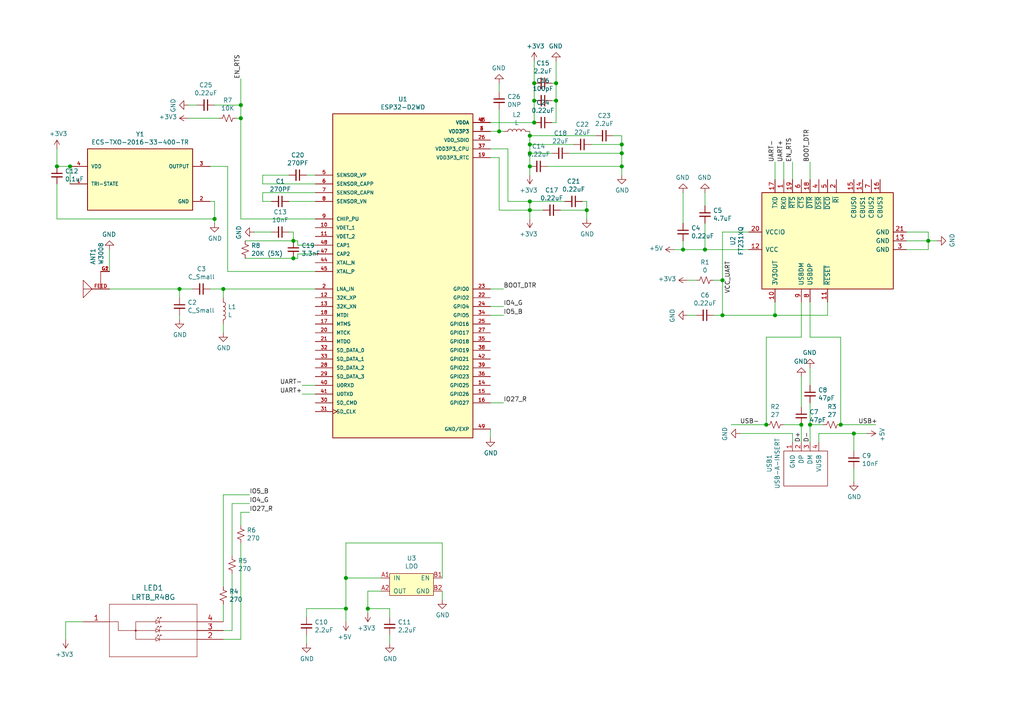
<source format=kicad_sch>
(kicad_sch (version 20201015) (generator eeschema)
  (paper "A4")
  (lib_symbols
    (symbol "2020-12-25_05-18-44:LRTB_R48G" (pin_names (offset 0.254) hide)
      (property "Reference" "LED" (at 20.32 10.16 0))
      (property "Value" "LRTB_R48G" (at 20.32 7.62 0))
      (symbol "LRTB_R48G_1_1"
        (arc (start 15.24 -2.667) (end 15.24 -2.667) (radius (at 15.24 -2.54) (length 0.127) (angles -90 90)) (stroke (width 0.254)))
        (circle (center 15.24 -2.54) (radius 0.127) (stroke (width 0.254)))
        (polyline (pts (xy 7.62 5.08) (xy 7.62 -10.16)) (stroke (width 0.127)))
        (polyline (pts (xy 7.62 -10.16) (xy 33.02 -10.16)) (stroke (width 0.127)))
        (polyline (pts (xy 33.02 -10.16) (xy 33.02 5.08)) (stroke (width 0.127)))
        (polyline (pts (xy 33.02 5.08) (xy 7.62 5.08)) (stroke (width 0.127)))
        (polyline (pts (xy 7.62 0) (xy 10.16 0)) (stroke (width 0.127)))
        (polyline (pts (xy 10.16 0) (xy 10.16 -2.54)) (stroke (width 0.127)))
        (polyline (pts (xy 10.16 -2.54) (xy 21.082 -2.54)) (stroke (width 0.127)))
        (polyline (pts (xy 15.24 0) (xy 15.24 -5.08)) (stroke (width 0.127)))
        (polyline (pts (xy 15.24 -5.08) (xy 21.082 -5.08)) (stroke (width 0.127)))
        (polyline (pts (xy 22.098 -5.08) (xy 33.02 -5.08)) (stroke (width 0.127)))
        (polyline (pts (xy 15.24 0) (xy 21.082 0)) (stroke (width 0.127)))
        (polyline (pts (xy 22.098 0) (xy 33.02 0)) (stroke (width 0.127)))
        (polyline (pts (xy 22.098 -2.54) (xy 33.02 -2.54)) (stroke (width 0.127)))
        (polyline (pts (xy 21.082 0.508) (xy 21.082 -0.508)) (stroke (width 0.127)))
        (polyline (pts (xy 22.098 0) (xy 21.082 -0.508)) (stroke (width 0.127)))
        (polyline (pts (xy 21.082 0.508) (xy 22.098 0)) (stroke (width 0.127)))
        (polyline (pts (xy 22.098 0.508) (xy 22.098 -0.508)) (stroke (width 0.127)))
        (polyline (pts (xy 21.336 0.762) (xy 21.844 1.27)) (stroke (width 0.127)))
        (polyline (pts (xy 21.844 1.27) (xy 21.59 1.27)) (stroke (width 0.127)))
        (polyline (pts (xy 21.844 1.27) (xy 21.844 1.016)) (stroke (width 0.127)))
        (polyline (pts (xy 22.098 0.762) (xy 22.606 1.27)) (stroke (width 0.127)))
        (polyline (pts (xy 22.352 1.27) (xy 22.606 1.27)) (stroke (width 0.127)))
        (polyline (pts (xy 22.606 1.27) (xy 22.606 1.016)) (stroke (width 0.127)))
        (polyline (pts (xy 21.082 -2.032) (xy 21.082 -3.048)) (stroke (width 0.127)))
        (polyline (pts (xy 22.098 -2.54) (xy 21.082 -3.048)) (stroke (width 0.127)))
        (polyline (pts (xy 21.082 -2.032) (xy 22.098 -2.54)) (stroke (width 0.127)))
        (polyline (pts (xy 22.098 -2.032) (xy 22.098 -3.048)) (stroke (width 0.127)))
        (polyline (pts (xy 21.336 -1.778) (xy 21.844 -1.27)) (stroke (width 0.127)))
        (polyline (pts (xy 21.844 -1.27) (xy 21.59 -1.27)) (stroke (width 0.127)))
        (polyline (pts (xy 21.844 -1.27) (xy 21.844 -1.524)) (stroke (width 0.127)))
        (polyline (pts (xy 22.098 -1.778) (xy 22.606 -1.27)) (stroke (width 0.127)))
        (polyline (pts (xy 22.352 -1.27) (xy 22.606 -1.27)) (stroke (width 0.127)))
        (polyline (pts (xy 22.606 -1.27) (xy 22.606 -1.524)) (stroke (width 0.127)))
        (polyline (pts (xy 21.082 -4.572) (xy 21.082 -5.588)) (stroke (width 0.127)))
        (polyline (pts (xy 22.098 -5.08) (xy 21.082 -5.588)) (stroke (width 0.127)))
        (polyline (pts (xy 21.082 -4.572) (xy 22.098 -5.08)) (stroke (width 0.127)))
        (polyline (pts (xy 22.098 -4.572) (xy 22.098 -5.588)) (stroke (width 0.127)))
        (polyline (pts (xy 21.336 -4.318) (xy 21.844 -3.81)) (stroke (width 0.127)))
        (polyline (pts (xy 21.844 -3.81) (xy 21.59 -3.81)) (stroke (width 0.127)))
        (polyline (pts (xy 21.844 -3.81) (xy 21.844 -4.064)) (stroke (width 0.127)))
        (polyline (pts (xy 22.098 -4.318) (xy 22.606 -3.81)) (stroke (width 0.127)))
        (polyline (pts (xy 22.352 -3.81) (xy 22.606 -3.81)) (stroke (width 0.127)))
        (polyline (pts (xy 22.606 -3.81) (xy 22.606 -4.064)) (stroke (width 0.127)))
        (pin unspecified line (at 0 0 0) (length 7.62) (name "1") (number "1"))
        (pin unspecified line (at 40.64 -5.08 180) (length 7.62) (name "2") (number "2"))
        (pin unspecified line (at 40.64 -2.54 180) (length 7.62) (name "3") (number "3"))
        (pin unspecified line (at 40.64 0 180) (length 7.62) (name "4") (number "4"))
      )
    )
    (symbol "BGA4C40P2X2_84X84X60N:LDO" (pin_names (offset 1.016))
      (property "Reference" "U" (at 0 3.81 0))
      (property "Value" "LDO" (at 0 -5.08 0))
      (symbol "LDO_0_1"
        (rectangle (start -6.35 2.54) (end 6.35 -3.81) (fill (type background)))
      )
      (symbol "LDO_1_1"
        (pin power_in line (at -8.89 1.27 0) (length 2.54) (name "IN") (number "A1"))
        (pin power_out line (at -8.89 -2.54 0) (length 2.54) (name "OUT") (number "A2"))
        (pin input line (at 8.89 1.27 180) (length 2.54) (name "EN") (number "B1"))
        (pin power_in line (at 8.89 -2.54 180) (length 2.54) (name "GND") (number "B2"))
      )
    )
    (symbol "ECS-TXO-2016-33-400-TR:ECS-TXO-2016-33-400-TR" (pin_names (offset 1.016))
      (property "Reference" "Y" (at -15.2908 8.1534 0))
      (property "Value" "ECS-TXO-2016-33-400-TR" (at -15.2654 -12.7254 0))
      (symbol "ECS-TXO-2016-33-400-TR_0_0"
        (rectangle (start -15.24 -10.16) (end 15.24 7.62) (stroke (width 0.254)) (fill (type background)))
        (pin input line (at -20.32 -2.54 0) (length 5.08) (name "TRI-STATE") (number "1"))
        (pin output line (at 20.32 2.54 180) (length 5.08) (name "OUTPUT") (number "3"))
        (pin input line (at -20.32 2.54 0) (length 5.08) (name "VDD") (number "4"))
        (pin power_in line (at 20.32 -7.62 180) (length 5.08) (name "GND") (number "2"))
      )
    )
    (symbol "ESP32-D2WD:ESP32-D2WD" (pin_names (offset 1.016))
      (property "Reference" "U" (at -20.3454 48.2854 0))
      (property "Value" "ESP32-D2WD" (at -20.32 -48.26 0))
      (symbol "ESP32-D2WD_0_0"
        (rectangle (start -20.32 -45.72) (end 20.32 48.26) (stroke (width 0.254)) (fill (type background)))
        (pin power_in line (at 25.4 45.72 180) (length 5.08) (name "VDDA") (number "1"))
        (pin power_in line (at 25.4 45.72 180) (length 5.08) (name "VDDA") (number "43"))
        (pin power_in line (at 25.4 45.72 180) (length 5.08) (name "VDDA") (number "46"))
        (pin bidirectional line (at -25.4 -2.54 0) (length 5.08) (name "LNA_IN") (number "2"))
        (pin power_in line (at 25.4 43.18 180) (length 5.08) (name "VDD3P3") (number "3"))
        (pin power_in line (at 25.4 43.18 180) (length 5.08) (name "VDD3P3") (number "4"))
        (pin input line (at -25.4 30.48 0) (length 5.08) (name "SENSOR_VP") (number "5"))
        (pin input line (at -25.4 27.94 0) (length 5.08) (name "SENSOR_CAPP") (number "6"))
        (pin input line (at -25.4 25.4 0) (length 5.08) (name "SENSOR_CAPN") (number "7"))
        (pin input line (at -25.4 22.86 0) (length 5.08) (name "SENSOR_VN") (number "8"))
        (pin input line (at -25.4 17.78 0) (length 5.08) (name "CHIP_PU") (number "9"))
        (pin input line (at -25.4 15.24 0) (length 5.08) (name "VDET_1") (number "10"))
        (pin input line (at -25.4 12.7 0) (length 5.08) (name "VDET_2") (number "11"))
        (pin bidirectional line (at -25.4 -5.08 0) (length 5.08) (name "32K_XP") (number "12"))
        (pin bidirectional line (at -25.4 -7.62 0) (length 5.08) (name "32K_XN") (number "13"))
        (pin bidirectional line (at 25.4 -30.48 180) (length 5.08) (name "GPIO25") (number "14"))
        (pin bidirectional line (at 25.4 -33.02 180) (length 5.08) (name "GPIO26") (number "15"))
        (pin bidirectional line (at 25.4 -35.56 180) (length 5.08) (name "GPIO27") (number "16"))
        (pin bidirectional line (at -25.4 -12.7 0) (length 5.08) (name "MTMS") (number "17"))
        (pin bidirectional line (at -25.4 -10.16 0) (length 5.08) (name "MTDI") (number "18"))
        (pin power_in line (at 25.4 35.56 180) (length 5.08) (name "VDD3P3_RTC") (number "19"))
        (pin bidirectional line (at -25.4 -15.24 0) (length 5.08) (name "MTCK") (number "20"))
        (pin bidirectional line (at -25.4 -17.78 0) (length 5.08) (name "MTDO") (number "21"))
        (pin bidirectional line (at 25.4 -5.08 180) (length 5.08) (name "GPIO2") (number "22"))
        (pin bidirectional line (at 25.4 -2.54 180) (length 5.08) (name "GPIO0") (number "23"))
        (pin bidirectional line (at 25.4 -7.62 180) (length 5.08) (name "GPIO4") (number "24"))
        (pin bidirectional line (at 25.4 -12.7 180) (length 5.08) (name "GPIO16") (number "25"))
        (pin power_in line (at 25.4 40.64 180) (length 5.08) (name "VDD_SDIO") (number "26"))
        (pin bidirectional line (at 25.4 -15.24 180) (length 5.08) (name "GPIO17") (number "27"))
        (pin bidirectional line (at -25.4 -25.4 0) (length 5.08) (name "SD_DATA_2") (number "28"))
        (pin bidirectional line (at -25.4 -27.94 0) (length 5.08) (name "SD_DATA_3") (number "29"))
        (pin bidirectional line (at -25.4 -35.56 0) (length 5.08) (name "SD_CMD") (number "30"))
        (pin bidirectional clock (at -25.4 -38.1 0) (length 5.08) (name "SD_CLK") (number "31"))
        (pin bidirectional line (at -25.4 -20.32 0) (length 5.08) (name "SD_DATA_0") (number "32"))
        (pin bidirectional line (at -25.4 -22.86 0) (length 5.08) (name "SD_DATA_1") (number "33"))
        (pin bidirectional line (at 25.4 -10.16 180) (length 5.08) (name "GPIO5") (number "34"))
        (pin bidirectional line (at 25.4 -17.78 180) (length 5.08) (name "GPIO18") (number "35"))
        (pin bidirectional line (at 25.4 -27.94 180) (length 5.08) (name "GPIO23") (number "36"))
        (pin power_in line (at 25.4 38.1 180) (length 5.08) (name "VDD3P3_CPU") (number "37"))
        (pin bidirectional line (at 25.4 -20.32 180) (length 5.08) (name "GPIO19") (number "38"))
        (pin bidirectional line (at 25.4 -25.4 180) (length 5.08) (name "GPIO22") (number "39"))
        (pin bidirectional line (at -25.4 -30.48 0) (length 5.08) (name "U0RXD") (number "40"))
        (pin bidirectional line (at -25.4 -33.02 0) (length 5.08) (name "U0TXD") (number "41"))
        (pin bidirectional line (at 25.4 -22.86 180) (length 5.08) (name "GPIO21") (number "42"))
        (pin output line (at -25.4 5.08 0) (length 5.08) (name "XTAL_N") (number "44"))
        (pin input line (at -25.4 2.54 0) (length 5.08) (name "XTAL_P") (number "45"))
        (pin input line (at -25.4 7.62 0) (length 5.08) (name "CAP2") (number "47"))
        (pin input line (at -25.4 10.16 0) (length 5.08) (name "CAP1") (number "48"))
        (pin power_in line (at 25.4 -43.18 180) (length 5.08) (name "GND/EXP") (number "49"))
      )
    )
    (symbol "W3008:W3008" (pin_names (offset 1.016) hide)
      (property "Reference" "ANT" (at -2.54 5.715 0))
      (property "Value" "W3008" (at -2.54 -8.9154 0))
      (symbol "W3008_0_0"
        (polyline (pts (xy -2.54 5.08) (xy 0 2.54)) (stroke (width 0.1524)))
        (polyline (pts (xy 0 2.54) (xy 2.54 5.08)) (stroke (width 0.1524)))
        (polyline (pts (xy 0 0) (xy 5.08 0)) (stroke (width 0.1524)))
        (polyline (pts (xy -2.54 5.08) (xy 0 5.08)) (stroke (width 0.1524)))
        (polyline (pts (xy 0 5.08) (xy 2.54 5.08)) (stroke (width 0.1524)))
        (polyline (pts (xy 0 5.08) (xy 0 2.54)) (stroke (width 0.1524)))
        (pin passive line (at 5.08 -2.54 90) (length 2.54) (name "~") (number "G1"))
        (pin passive line (at 5.08 -2.54 90) (length 2.54) (name "~") (number "G2"))
        (pin passive line (at 0 -2.54 90) (length 5.08) (name "~") (number "FEED"))
      )
    )
    (symbol "bomu-usb-a-insert:USB-A-INSERT" (pin_names (offset 1.016))
      (property "Reference" "USB" (at 0 1.27 0))
      (property "Value" "USB-A-INSERT" (at 0 3.81 0))
      (symbol "USB-A-INSERT_0_1"
        (rectangle (start -2.54 0) (end -12.7 -12.7))
      )
      (symbol "USB-A-INSERT_1_1"
        (pin power_in line (at 0 -2.54 180) (length 2.54) (name "GND") (number "1"))
        (pin bidirectional line (at 0 -5.08 180) (length 2.54) (name "DP") (number "2"))
        (pin bidirectional line (at 0 -7.62 180) (length 2.54) (name "DM") (number "3"))
        (pin power_in line (at 0 -10.16 180) (length 2.54) (name "VUSB") (number "4"))
      )
    )
    (symbol "femu-rescue:+3.3V-power" (power) (pin_names (offset 0))
      (property "Value" "+3.3V-power" (at 0 3.556 0))
      (symbol "+3.3V-power_0_1"
        (polyline (pts (xy -0.762 1.27) (xy 0 2.54)))
        (polyline (pts (xy 0 0) (xy 0 2.54)))
        (polyline (pts (xy 0 2.54) (xy 0.762 1.27)))
      )
      (symbol "+3.3V-power_1_1"
        (pin power_in line (at 0 0 90) (length 0) hide (name "+3V3") (number "1"))
      )
    )
    (symbol "femu-rescue:+5V-power" (power) (pin_names (offset 0))
      (property "Value" "+5V-power" (at 0 3.556 0))
      (symbol "+5V-power_0_1"
        (polyline (pts (xy -0.762 1.27) (xy 0 2.54)))
        (polyline (pts (xy 0 0) (xy 0 2.54)))
        (polyline (pts (xy 0 2.54) (xy 0.762 1.27)))
      )
      (symbol "+5V-power_1_1"
        (pin power_in line (at 0 0 90) (length 0) hide (name "+5V") (number "1"))
      )
    )
    (symbol "femu-rescue:C_Small-Device" (pin_numbers hide) (pin_names (offset 0.254) hide)
      (property "Reference" "C" (at 0.254 1.778 0))
      (property "Value" "C_Small-Device" (at 0.254 -2.032 0))
      (symbol "C_Small-Device_0_1"
        (polyline (pts (xy -1.524 -0.508) (xy 1.524 -0.508)) (stroke (width 0.3302)))
        (polyline (pts (xy -1.524 0.508) (xy 1.524 0.508)) (stroke (width 0.3048)))
      )
      (symbol "C_Small-Device_1_1"
        (pin passive line (at 0 2.54 270) (length 2.032) (name "~") (number "1"))
        (pin passive line (at 0 -2.54 90) (length 2.032) (name "~") (number "2"))
      )
    )
    (symbol "femu-rescue:FT231XQ-Interface_USB" (pin_names (offset 1.016))
      (property "Reference" "U" (at -13.97 20.32 0))
      (property "Value" "FT231XQ-Interface_USB" (at 6.35 20.32 0))
      (symbol "FT231XQ-Interface_USB_0_1"
        (rectangle (start -13.97 19.05) (end 13.97 -19.05) (stroke (width 0.254)) (fill (type background)))
      )
      (symbol "FT231XQ-Interface_USB_1_1"
        (pin input line (at 17.78 12.7 180) (length 3.81) (name "RXD") (number "1"))
        (pin power_out line (at -17.78 15.24 0) (length 3.81) (name "3V3OUT") (number "10"))
        (pin input line (at -17.78 0 0) (length 3.81) (name "~RESET") (number "11"))
        (pin power_in line (at -2.54 22.86 270) (length 3.81) (name "VCC") (number "12"))
        (pin power_in line (at 0 -22.86 90) (length 3.81) (name "GND") (number "13"))
        (pin bidirectional line (at 17.78 -10.16 180) (length 3.81) (name "CBUS1") (number "14"))
        (pin bidirectional line (at 17.78 -7.62 180) (length 3.81) (name "CBUS0") (number "15"))
        (pin bidirectional line (at 17.78 -15.24 180) (length 3.81) (name "CBUS3") (number "16"))
        (pin output line (at 17.78 15.24 180) (length 3.81) (name "TXD") (number "17"))
        (pin output line (at 17.78 5.08 180) (length 3.81) (name "~DTR") (number "18"))
        (pin output line (at 17.78 10.16 180) (length 3.81) (name "~RTS") (number "19"))
        (pin input line (at 17.78 -2.54 180) (length 3.81) (name "~RI") (number "2"))
        (pin power_in line (at 2.54 22.86 270) (length 3.81) (name "VCCIO") (number "20"))
        (pin power_in line (at 2.54 -22.86 90) (length 3.81) (name "GND") (number "21"))
        (pin power_in line (at -2.54 -22.86 90) (length 3.81) (name "GND") (number "3"))
        (pin input line (at 17.78 2.54 180) (length 3.81) (name "~DSR") (number "4"))
        (pin input line (at 17.78 0 180) (length 3.81) (name "~DCD") (number "5"))
        (pin input line (at 17.78 7.62 180) (length 3.81) (name "~CTS") (number "6"))
        (pin bidirectional line (at 17.78 -12.7 180) (length 3.81) (name "CBUS2") (number "7"))
        (pin bidirectional line (at -17.78 5.08 0) (length 3.81) (name "USBDP") (number "8"))
        (pin bidirectional line (at -17.78 7.62 0) (length 3.81) (name "USBDM") (number "9"))
      )
    )
    (symbol "femu-rescue:GND-power" (power) (pin_names (offset 0))
      (property "Value" "GND-power" (at 0 -3.81 0))
      (symbol "GND-power_0_1"
        (polyline (pts (xy 0 0) (xy 0 -1.27) (xy 1.27 -1.27) (xy 0 -2.54) (xy -1.27 -1.27) (xy 0 -1.27)))
      )
      (symbol "GND-power_1_1"
        (pin power_in line (at 0 0 270) (length 0) hide (name "GND") (number "1"))
      )
    )
    (symbol "femu-rescue:L-Device" (pin_numbers hide) (pin_names (offset 1.016) hide)
      (property "Reference" "L" (at -1.27 0 90))
      (property "Value" "L-Device" (at 1.905 0 90))
      (symbol "L-Device_0_1"
        (arc (start 0 -2.54) (end 0 -1.27) (radius (at 0 -1.905) (length 0.635) (angles -89.9 89.9)))
        (arc (start 0 -1.27) (end 0 0) (radius (at 0 -0.635) (length 0.635) (angles -89.9 89.9)))
        (arc (start 0 0) (end 0 1.27) (radius (at 0 0.635) (length 0.635) (angles -89.9 89.9)))
        (arc (start 0 1.27) (end 0 2.54) (radius (at 0 1.905) (length 0.635) (angles -89.9 89.9)))
      )
      (symbol "L-Device_1_1"
        (pin passive line (at 0 3.81 270) (length 1.27) (name "1") (number "1"))
        (pin passive line (at 0 -3.81 90) (length 1.27) (name "2") (number "2"))
      )
    )
    (symbol "femu-rescue:R_Small_US-Device" (pin_numbers hide) (pin_names (offset 0.254) hide)
      (property "Reference" "R" (at 0.762 0.508 0))
      (property "Value" "R_Small_US-Device" (at 0.762 -1.016 0))
      (symbol "R_Small_US-Device_1_1"
        (polyline (pts (xy 0 0) (xy 1.016 -0.381) (xy 0 -0.762) (xy -1.016 -1.143) (xy 0 -1.524)))
        (polyline (pts (xy 0 1.524) (xy 1.016 1.143) (xy 0 0.762) (xy -1.016 0.381) (xy 0 0)))
        (pin passive line (at 0 2.54 270) (length 1.016) (name "~") (number "1"))
        (pin passive line (at 0 -2.54 90) (length 1.016) (name "~") (number "2"))
      )
    )
  )
  (junction (at 16.51 48.26) (diameter 1.016))
  (junction (at 20.32 48.26) (diameter 1.016))
  (junction (at 52.07 83.82) (diameter 1.016))
  (junction (at 62.23 63.5) (diameter 1.016))
  (junction (at 64.77 83.82) (diameter 1.016))
  (junction (at 69.85 30.48) (diameter 1.016))
  (junction (at 69.85 34.29) (diameter 1.016))
  (junction (at 85.09 69.85) (diameter 1.016))
  (junction (at 85.09 74.93) (diameter 1.016))
  (junction (at 100.33 167.64) (diameter 1.016))
  (junction (at 100.33 176.53) (diameter 1.016))
  (junction (at 106.68 176.53) (diameter 1.016))
  (junction (at 144.78 38.1) (diameter 1.016))
  (junction (at 153.67 39.37) (diameter 1.016))
  (junction (at 153.67 41.91) (diameter 1.016))
  (junction (at 153.67 44.45) (diameter 1.016))
  (junction (at 153.67 48.26) (diameter 1.016))
  (junction (at 153.67 58.42) (diameter 1.016))
  (junction (at 153.67 60.96) (diameter 1.016))
  (junction (at 154.94 24.13) (diameter 1.016))
  (junction (at 154.94 29.21) (diameter 1.016))
  (junction (at 154.94 35.56) (diameter 1.016))
  (junction (at 161.29 24.13) (diameter 1.016))
  (junction (at 161.29 29.21) (diameter 1.016))
  (junction (at 170.18 60.96) (diameter 1.016))
  (junction (at 180.34 41.91) (diameter 1.016))
  (junction (at 180.34 44.45) (diameter 1.016))
  (junction (at 180.34 48.26) (diameter 1.016))
  (junction (at 198.12 72.39) (diameter 1.016))
  (junction (at 204.47 72.39) (diameter 1.016))
  (junction (at 209.55 81.28) (diameter 1.016))
  (junction (at 209.55 91.44) (diameter 1.016))
  (junction (at 222.25 123.19) (diameter 1.016))
  (junction (at 224.79 91.44) (diameter 1.016))
  (junction (at 232.41 123.19) (diameter 1.016))
  (junction (at 234.95 123.19) (diameter 1.016))
  (junction (at 243.84 123.19) (diameter 1.016))
  (junction (at 247.65 125.73) (diameter 1.016))
  (junction (at 269.24 69.85) (diameter 1.016))
  (wire (pts (xy 16.51 43.18) (xy 16.51 48.26)))
  (wire (pts (xy 16.51 53.34) (xy 16.51 63.5)))
  (wire (pts (xy 16.51 63.5) (xy 62.23 63.5)))
  (wire (pts (xy 19.05 180.34) (xy 19.05 185.42)))
  (wire (pts (xy 20.32 48.26) (xy 16.51 48.26)))
  (wire (pts (xy 20.32 53.34) (xy 20.32 48.26)))
  (wire (pts (xy 24.13 180.34) (xy 19.05 180.34)))
  (wire (pts (xy 31.75 72.39) (xy 31.75 78.74)))
  (wire (pts (xy 31.75 83.82) (xy 52.07 83.82)))
  (wire (pts (xy 52.07 83.82) (xy 55.88 83.82)))
  (wire (pts (xy 52.07 86.36) (xy 52.07 83.82)))
  (wire (pts (xy 52.07 91.44) (xy 52.07 92.71)))
  (wire (pts (xy 57.15 30.48) (xy 54.61 30.48)))
  (wire (pts (xy 60.96 58.42) (xy 62.23 58.42)))
  (wire (pts (xy 60.96 83.82) (xy 64.77 83.82)))
  (wire (pts (xy 62.23 30.48) (xy 69.85 30.48)))
  (wire (pts (xy 62.23 58.42) (xy 62.23 63.5)))
  (wire (pts (xy 62.23 63.5) (xy 62.23 64.77)))
  (wire (pts (xy 63.5 34.29) (xy 54.61 34.29)))
  (wire (pts (xy 64.77 83.82) (xy 91.44 83.82)))
  (wire (pts (xy 64.77 86.36) (xy 64.77 83.82)))
  (wire (pts (xy 64.77 96.52) (xy 64.77 93.98)))
  (wire (pts (xy 64.77 143.51) (xy 72.39 143.51)))
  (wire (pts (xy 64.77 170.18) (xy 64.77 143.51)))
  (wire (pts (xy 64.77 180.34) (xy 64.77 175.26)))
  (wire (pts (xy 64.77 182.88) (xy 67.31 182.88)))
  (wire (pts (xy 64.77 185.42) (xy 69.85 185.42)))
  (wire (pts (xy 66.04 48.26) (xy 60.96 48.26)))
  (wire (pts (xy 66.04 78.74) (xy 66.04 48.26)))
  (wire (pts (xy 67.31 146.05) (xy 72.39 146.05)))
  (wire (pts (xy 67.31 161.29) (xy 67.31 146.05)))
  (wire (pts (xy 67.31 182.88) (xy 67.31 166.37)))
  (wire (pts (xy 68.58 34.29) (xy 69.85 34.29)))
  (wire (pts (xy 69.85 30.48) (xy 69.85 22.86)))
  (wire (pts (xy 69.85 34.29) (xy 69.85 30.48)))
  (wire (pts (xy 69.85 63.5) (xy 69.85 34.29)))
  (wire (pts (xy 69.85 63.5) (xy 91.44 63.5)))
  (wire (pts (xy 69.85 148.59) (xy 72.39 148.59)))
  (wire (pts (xy 69.85 152.4) (xy 69.85 148.59)))
  (wire (pts (xy 69.85 185.42) (xy 69.85 157.48)))
  (wire (pts (xy 71.12 69.85) (xy 85.09 69.85)))
  (wire (pts (xy 71.12 74.93) (xy 85.09 74.93)))
  (wire (pts (xy 76.2 50.8) (xy 83.82 50.8)))
  (wire (pts (xy 76.2 53.34) (xy 76.2 50.8)))
  (wire (pts (xy 76.2 55.88) (xy 91.44 55.88)))
  (wire (pts (xy 76.2 58.42) (xy 76.2 55.88)))
  (wire (pts (xy 78.74 58.42) (xy 76.2 58.42)))
  (wire (pts (xy 78.74 67.31) (xy 73.66 67.31)))
  (wire (pts (xy 83.82 67.31) (xy 85.09 67.31)))
  (wire (pts (xy 85.09 67.31) (xy 85.09 69.85)))
  (wire (pts (xy 86.36 69.85) (xy 85.09 69.85)))
  (wire (pts (xy 86.36 71.12) (xy 86.36 69.85)))
  (wire (pts (xy 86.36 73.66) (xy 91.44 73.66)))
  (wire (pts (xy 86.36 74.93) (xy 85.09 74.93)))
  (wire (pts (xy 86.36 74.93) (xy 86.36 73.66)))
  (wire (pts (xy 88.9 50.8) (xy 91.44 50.8)))
  (wire (pts (xy 88.9 176.53) (xy 88.9 179.07)))
  (wire (pts (xy 88.9 184.15) (xy 88.9 186.69)))
  (wire (pts (xy 91.44 53.34) (xy 76.2 53.34)))
  (wire (pts (xy 91.44 58.42) (xy 83.82 58.42)))
  (wire (pts (xy 91.44 71.12) (xy 86.36 71.12)))
  (wire (pts (xy 91.44 78.74) (xy 66.04 78.74)))
  (wire (pts (xy 91.44 111.76) (xy 87.63 111.76)))
  (wire (pts (xy 91.44 114.3) (xy 87.63 114.3)))
  (wire (pts (xy 100.33 157.48) (xy 100.33 167.64)))
  (wire (pts (xy 100.33 167.64) (xy 100.33 176.53)))
  (wire (pts (xy 100.33 176.53) (xy 88.9 176.53)))
  (wire (pts (xy 100.33 176.53) (xy 100.33 180.34)))
  (wire (pts (xy 106.68 171.45) (xy 110.49 171.45)))
  (wire (pts (xy 106.68 176.53) (xy 106.68 171.45)))
  (wire (pts (xy 106.68 176.53) (xy 113.03 176.53)))
  (wire (pts (xy 106.68 177.8) (xy 106.68 176.53)))
  (wire (pts (xy 110.49 167.64) (xy 100.33 167.64)))
  (wire (pts (xy 113.03 176.53) (xy 113.03 179.07)))
  (wire (pts (xy 113.03 184.15) (xy 113.03 186.69)))
  (wire (pts (xy 128.27 157.48) (xy 100.33 157.48)))
  (wire (pts (xy 128.27 167.64) (xy 128.27 157.48)))
  (wire (pts (xy 128.27 171.45) (xy 128.27 173.99)))
  (wire (pts (xy 142.24 35.56) (xy 154.94 35.56)))
  (wire (pts (xy 142.24 43.18) (xy 147.32 43.18)))
  (wire (pts (xy 142.24 45.72) (xy 144.78 45.72)))
  (wire (pts (xy 142.24 83.82) (xy 146.05 83.82)))
  (wire (pts (xy 142.24 88.9) (xy 146.05 88.9)))
  (wire (pts (xy 142.24 91.44) (xy 146.05 91.44)))
  (wire (pts (xy 142.24 116.84) (xy 146.05 116.84)))
  (wire (pts (xy 142.24 124.46) (xy 142.24 127)))
  (wire (pts (xy 144.78 24.13) (xy 144.78 26.67)))
  (wire (pts (xy 144.78 31.75) (xy 144.78 38.1)))
  (wire (pts (xy 144.78 38.1) (xy 142.24 38.1)))
  (wire (pts (xy 144.78 45.72) (xy 144.78 60.96)))
  (wire (pts (xy 146.05 38.1) (xy 144.78 38.1)))
  (wire (pts (xy 147.32 43.18) (xy 147.32 58.42)))
  (wire (pts (xy 153.67 38.1) (xy 153.67 39.37)))
  (wire (pts (xy 153.67 39.37) (xy 153.67 41.91)))
  (wire (pts (xy 153.67 41.91) (xy 153.67 44.45)))
  (wire (pts (xy 153.67 44.45) (xy 153.67 48.26)))
  (wire (pts (xy 153.67 48.26) (xy 153.67 50.8)))
  (wire (pts (xy 153.67 58.42) (xy 147.32 58.42)))
  (wire (pts (xy 153.67 58.42) (xy 153.67 60.96)))
  (wire (pts (xy 153.67 60.96) (xy 144.78 60.96)))
  (wire (pts (xy 153.67 60.96) (xy 153.67 63.5)))
  (wire (pts (xy 154.94 17.78) (xy 154.94 24.13)))
  (wire (pts (xy 154.94 29.21) (xy 154.94 24.13)))
  (wire (pts (xy 154.94 29.21) (xy 154.94 35.56)))
  (wire (pts (xy 157.48 60.96) (xy 153.67 60.96)))
  (wire (pts (xy 158.75 48.26) (xy 180.34 48.26)))
  (wire (pts (xy 160.02 24.13) (xy 161.29 24.13)))
  (wire (pts (xy 160.02 29.21) (xy 161.29 29.21)))
  (wire (pts (xy 160.02 44.45) (xy 153.67 44.45)))
  (wire (pts (xy 161.29 17.78) (xy 161.29 24.13)))
  (wire (pts (xy 161.29 29.21) (xy 161.29 24.13)))
  (wire (pts (xy 161.29 29.21) (xy 161.29 35.56)))
  (wire (pts (xy 161.29 35.56) (xy 160.02 35.56)))
  (wire (pts (xy 162.56 60.96) (xy 170.18 60.96)))
  (wire (pts (xy 163.83 58.42) (xy 153.67 58.42)))
  (wire (pts (xy 165.1 44.45) (xy 180.34 44.45)))
  (wire (pts (xy 166.37 41.91) (xy 153.67 41.91)))
  (wire (pts (xy 170.18 58.42) (xy 168.91 58.42)))
  (wire (pts (xy 170.18 60.96) (xy 170.18 58.42)))
  (wire (pts (xy 170.18 60.96) (xy 170.18 63.5)))
  (wire (pts (xy 171.45 41.91) (xy 180.34 41.91)))
  (wire (pts (xy 172.72 39.37) (xy 153.67 39.37)))
  (wire (pts (xy 177.8 39.37) (xy 180.34 39.37)))
  (wire (pts (xy 180.34 39.37) (xy 180.34 41.91)))
  (wire (pts (xy 180.34 41.91) (xy 180.34 44.45)))
  (wire (pts (xy 180.34 44.45) (xy 180.34 48.26)))
  (wire (pts (xy 180.34 48.26) (xy 180.34 50.8)))
  (wire (pts (xy 195.58 72.39) (xy 198.12 72.39)))
  (wire (pts (xy 198.12 64.77) (xy 198.12 55.88)))
  (wire (pts (xy 198.12 69.85) (xy 198.12 72.39)))
  (wire (pts (xy 198.12 72.39) (xy 204.47 72.39)))
  (wire (pts (xy 201.93 81.28) (xy 199.39 81.28)))
  (wire (pts (xy 201.93 91.44) (xy 199.39 91.44)))
  (wire (pts (xy 204.47 59.69) (xy 204.47 55.88)))
  (wire (pts (xy 204.47 64.77) (xy 204.47 72.39)))
  (wire (pts (xy 204.47 72.39) (xy 217.17 72.39)))
  (wire (pts (xy 207.01 91.44) (xy 209.55 91.44)))
  (wire (pts (xy 209.55 67.31) (xy 209.55 81.28)))
  (wire (pts (xy 209.55 81.28) (xy 207.01 81.28)))
  (wire (pts (xy 209.55 81.28) (xy 209.55 91.44)))
  (wire (pts (xy 209.55 91.44) (xy 224.79 91.44)))
  (wire (pts (xy 217.17 67.31) (xy 209.55 67.31)))
  (wire (pts (xy 222.25 97.79) (xy 232.41 97.79)))
  (wire (pts (xy 222.25 123.19) (xy 212.09 123.19)))
  (wire (pts (xy 222.25 123.19) (xy 222.25 97.79)))
  (wire (pts (xy 224.79 52.07) (xy 224.79 46.99)))
  (wire (pts (xy 224.79 91.44) (xy 224.79 87.63)))
  (wire (pts (xy 227.33 52.07) (xy 227.33 46.99)))
  (wire (pts (xy 229.87 52.07) (xy 229.87 46.99)))
  (wire (pts (xy 229.87 125.73) (xy 214.63 125.73)))
  (wire (pts (xy 229.87 128.27) (xy 229.87 125.73)))
  (wire (pts (xy 232.41 97.79) (xy 232.41 87.63)))
  (wire (pts (xy 232.41 118.11) (xy 232.41 109.22)))
  (wire (pts (xy 232.41 123.19) (xy 227.33 123.19)))
  (wire (pts (xy 232.41 128.27) (xy 232.41 123.19)))
  (wire (pts (xy 234.95 52.07) (xy 234.95 46.99)))
  (wire (pts (xy 234.95 87.63) (xy 234.95 97.79)))
  (wire (pts (xy 234.95 97.79) (xy 243.84 97.79)))
  (wire (pts (xy 234.95 106.68) (xy 234.95 111.76)))
  (wire (pts (xy 234.95 123.19) (xy 234.95 116.84)))
  (wire (pts (xy 234.95 123.19) (xy 238.76 123.19)))
  (wire (pts (xy 234.95 128.27) (xy 234.95 123.19)))
  (wire (pts (xy 237.49 125.73) (xy 247.65 125.73)))
  (wire (pts (xy 237.49 128.27) (xy 237.49 125.73)))
  (wire (pts (xy 240.03 87.63) (xy 240.03 91.44)))
  (wire (pts (xy 240.03 91.44) (xy 224.79 91.44)))
  (wire (pts (xy 243.84 97.79) (xy 243.84 123.19)))
  (wire (pts (xy 243.84 123.19) (xy 254 123.19)))
  (wire (pts (xy 247.65 125.73) (xy 251.46 125.73)))
  (wire (pts (xy 247.65 130.81) (xy 247.65 125.73)))
  (wire (pts (xy 247.65 135.89) (xy 247.65 139.7)))
  (wire (pts (xy 262.89 67.31) (xy 269.24 67.31)))
  (wire (pts (xy 262.89 69.85) (xy 269.24 69.85)))
  (wire (pts (xy 262.89 72.39) (xy 269.24 72.39)))
  (wire (pts (xy 269.24 67.31) (xy 269.24 69.85)))
  (wire (pts (xy 269.24 69.85) (xy 271.78 69.85)))
  (wire (pts (xy 269.24 72.39) (xy 269.24 69.85)))
  (label "EN_RTS" (at 69.85 22.86 90))
  (label "IO5_B" (at 72.39 143.51 0))
  (label "IO4_G" (at 72.39 146.05 0))
  (label "IO27_R" (at 72.39 148.59 0))
  (label "UART-" (at 87.63 111.76 180))
  (label "UART+" (at 87.63 114.3 180))
  (label "BOOT_DTR" (at 146.05 83.82 0))
  (label "IO4_G" (at 146.05 88.9 0))
  (label "IO5_B" (at 146.05 91.44 0))
  (label "IO27_R" (at 146.05 116.84 0))
  (label "VCC_UART" (at 212.09 85.09 90))
  (label "USB-" (at 214.63 123.19 0))
  (label "UART-" (at 224.79 46.99 90))
  (label "UART+" (at 227.33 46.99 90))
  (label "EN_RTS" (at 229.87 46.99 90))
  (label "D+" (at 232.41 128.27 90))
  (label "BOOT_DTR" (at 234.95 46.99 90))
  (label "D-" (at 234.95 128.27 90))
  (label "USB+" (at 248.92 123.19 0))
  (symbol (lib_id "femu-rescue:+3.3V-power") (at 16.51 43.18 0) (unit 1)
    (property "Reference" "#PWR0114" (effects hide))
    (property "Value" "+3.3V" (at 16.891 38.7858 0))
  )
  (symbol (lib_id "femu-rescue:+3.3V-power") (at 19.05 185.42 180) (unit 1)
    (property "Reference" "#PWR0104" (effects hide))
    (property "Value" "+3.3V" (at 18.669 189.8142 0))
  )
  (symbol (lib_id "femu-rescue:+3.3V-power") (at 54.61 34.29 90) (unit 1)
    (property "Reference" "#PWR0121" (effects hide))
    (property "Value" "+3.3V" (at 51.3588 33.909 90) (effects (justify left)))
  )
  (symbol (lib_id "femu-rescue:+5V-power") (at 100.33 180.34 180) (unit 1)
    (property "Reference" "#PWR0102" (effects hide))
    (property "Value" "+5V" (at 99.949 184.7342 0))
  )
  (symbol (lib_id "femu-rescue:+3.3V-power") (at 106.68 177.8 180) (unit 1)
    (property "Reference" "#PWR0103" (effects hide))
    (property "Value" "+3.3V" (at 106.299 182.1942 0))
  )
  (symbol (lib_id "femu-rescue:+3.3V-power") (at 153.67 50.8 180) (unit 1)
    (property "Reference" "#PWR0116" (effects hide))
    (property "Value" "+3.3V" (at 153.289 55.1942 0))
  )
  (symbol (lib_id "femu-rescue:+3.3V-power") (at 153.67 63.5 180) (unit 1)
    (property "Reference" "#PWR0119" (effects hide))
    (property "Value" "+3.3V" (at 153.289 67.8942 0))
  )
  (symbol (lib_id "femu-rescue:+3.3V-power") (at 154.94 17.78 0) (unit 1)
    (property "Reference" "#PWR0117" (effects hide))
    (property "Value" "+3.3V" (at 155.321 13.3858 0))
  )
  (symbol (lib_id "femu-rescue:+5V-power") (at 195.58 72.39 90) (unit 1)
    (property "Reference" "#PWR0109" (effects hide))
    (property "Value" "+5V" (at 192.3288 72.009 90) (effects (justify left)))
  )
  (symbol (lib_id "femu-rescue:+3.3V-power") (at 199.39 81.28 90) (unit 1)
    (property "Reference" "#PWR0111" (effects hide))
    (property "Value" "+3.3V" (at 196.1388 80.899 90) (effects (justify left)))
  )
  (symbol (lib_id "femu-rescue:+5V-power") (at 251.46 125.73 270) (unit 1)
    (property "Reference" "#PWR0101" (effects hide))
    (property "Value" "+5V" (at 255.8542 126.111 0))
  )
  (symbol (lib_id "femu-rescue:L-Device") (at 64.77 90.17 0) (unit 1)
    (property "Reference" "L1" (at 66.0908 89.0016 0) (effects (justify left)))
    (property "Value" "L" (at 66.0908 91.313 0) (effects (justify left)))
    (property "Footprint" "Inductor_SMD:L_0201_0603Metric" (effects hide))
  )
  (symbol (lib_id "femu-rescue:L-Device") (at 149.86 38.1 90) (unit 1)
    (property "Reference" "L2" (at 149.86 33.274 90))
    (property "Value" "L" (at 149.86 35.5854 90))
    (property "Footprint" "Inductor_SMD:L_01005_0402Metric" (effects hide))
    (property "MP" "LQP02HQ2N0B02L" (effects hide))
  )
  (symbol (lib_id "femu-rescue:GND-power") (at 31.75 72.39 180) (unit 1)
    (property "Reference" "#PWR01" (effects hide))
    (property "Value" "GND" (at 31.623 67.9958 0))
  )
  (symbol (lib_id "femu-rescue:GND-power") (at 52.07 92.71 0) (unit 1)
    (property "Reference" "#PWR03" (effects hide))
    (property "Value" "GND" (at 52.197 97.1042 0))
  )
  (symbol (lib_id "femu-rescue:GND-power") (at 54.61 30.48 270) (unit 1)
    (property "Reference" "#PWR0122" (effects hide))
    (property "Value" "GND" (at 50.2158 30.607 0))
  )
  (symbol (lib_id "femu-rescue:GND-power") (at 62.23 64.77 0) (unit 1)
    (property "Reference" "#PWR04" (effects hide))
    (property "Value" "GND" (at 62.357 69.1642 0))
  )
  (symbol (lib_id "femu-rescue:GND-power") (at 64.77 96.52 0) (unit 1)
    (property "Reference" "#PWR0105" (effects hide))
    (property "Value" "GND" (at 64.897 100.9142 0))
  )
  (symbol (lib_id "femu-rescue:GND-power") (at 73.66 67.31 270) (unit 1)
    (property "Reference" "#PWR0123" (effects hide))
    (property "Value" "GND" (at 69.2658 67.437 0))
  )
  (symbol (lib_id "femu-rescue:GND-power") (at 88.9 186.69 0) (unit 1)
    (property "Reference" "#PWR010" (effects hide))
    (property "Value" "GND" (at 89.027 191.0842 0))
  )
  (symbol (lib_id "femu-rescue:GND-power") (at 113.03 186.69 0) (unit 1)
    (property "Reference" "#PWR011" (effects hide))
    (property "Value" "GND" (at 113.157 191.0842 0))
  )
  (symbol (lib_id "femu-rescue:GND-power") (at 128.27 173.99 0) (unit 1)
    (property "Reference" "#PWR06" (effects hide))
    (property "Value" "GND" (at 128.397 178.3842 0))
  )
  (symbol (lib_id "femu-rescue:GND-power") (at 142.24 127 0) (unit 1)
    (property "Reference" "#PWR07" (effects hide))
    (property "Value" "GND" (at 142.367 131.3942 0))
  )
  (symbol (lib_id "femu-rescue:GND-power") (at 144.78 24.13 180) (unit 1)
    (property "Reference" "#PWR?" (effects hide))
    (property "Value" "GND" (at 144.653 19.7358 0))
  )
  (symbol (lib_id "femu-rescue:GND-power") (at 161.29 17.78 180) (unit 1)
    (property "Reference" "#PWR0118" (effects hide))
    (property "Value" "GND" (at 161.163 13.3858 0))
  )
  (symbol (lib_id "femu-rescue:GND-power") (at 170.18 63.5 0) (unit 1)
    (property "Reference" "#PWR0120" (effects hide))
    (property "Value" "GND" (at 170.307 67.8942 0))
  )
  (symbol (lib_id "femu-rescue:GND-power") (at 180.34 50.8 0) (unit 1)
    (property "Reference" "#PWR0115" (effects hide))
    (property "Value" "GND" (at 180.467 55.1942 0))
  )
  (symbol (lib_id "femu-rescue:GND-power") (at 198.12 55.88 180) (unit 1)
    (property "Reference" "#PWR0112" (effects hide))
    (property "Value" "GND" (at 197.993 51.4858 0))
  )
  (symbol (lib_id "femu-rescue:GND-power") (at 199.39 91.44 270) (unit 1)
    (property "Reference" "#PWR0110" (effects hide))
    (property "Value" "GND" (at 194.9958 91.567 0))
  )
  (symbol (lib_id "femu-rescue:GND-power") (at 204.47 55.88 180) (unit 1)
    (property "Reference" "#PWR0113" (effects hide))
    (property "Value" "GND" (at 204.343 51.4858 0))
  )
  (symbol (lib_id "femu-rescue:GND-power") (at 214.63 125.73 270) (unit 1)
    (property "Reference" "#PWR09" (effects hide))
    (property "Value" "GND" (at 210.2358 125.857 0))
  )
  (symbol (lib_id "femu-rescue:GND-power") (at 232.41 109.22 180) (unit 1)
    (property "Reference" "#PWR0107" (effects hide))
    (property "Value" "GND" (at 232.283 104.8258 0))
  )
  (symbol (lib_id "femu-rescue:GND-power") (at 234.95 106.68 180) (unit 1)
    (property "Reference" "#PWR0108" (effects hide))
    (property "Value" "GND" (at 234.823 102.2858 0))
  )
  (symbol (lib_id "femu-rescue:GND-power") (at 247.65 139.7 0) (unit 1)
    (property "Reference" "#PWR0106" (effects hide))
    (property "Value" "GND" (at 247.777 144.0942 0))
  )
  (symbol (lib_id "femu-rescue:GND-power") (at 271.78 69.85 90) (unit 1)
    (property "Reference" "#PWR08" (effects hide))
    (property "Value" "GND" (at 276.1742 69.723 0))
  )
  (symbol (lib_id "femu-rescue:R_Small_US-Device") (at 64.77 172.72 0) (unit 1)
    (property "Reference" "R4" (at 66.4972 171.5516 0) (effects (justify left)))
    (property "Value" "270" (at 66.4972 173.863 0) (effects (justify left)))
    (property "Footprint" "Resistor_SMD:R_01005_0402Metric" (effects hide))
    (property "MP" "ERJ-XGNF2700Y" (effects hide))
  )
  (symbol (lib_id "femu-rescue:R_Small_US-Device") (at 66.04 34.29 90) (unit 1)
    (property "Reference" "R7" (at 66.04 29.083 90))
    (property "Value" "10K" (at 66.04 31.3944 90))
    (property "Footprint" "Resistor_SMD:R_01005_0402Metric" (effects hide))
    (property "MP" "ERJ-XGNF1002Y" (effects hide))
  )
  (symbol (lib_id "femu-rescue:R_Small_US-Device") (at 67.31 163.83 0) (unit 1)
    (property "Reference" "R5" (at 69.0372 162.6616 0) (effects (justify left)))
    (property "Value" "270" (at 69.0372 164.973 0) (effects (justify left)))
    (property "Footprint" "Resistor_SMD:R_01005_0402Metric" (effects hide))
    (property "MP" "ERJ-XGNF2700Y" (effects hide))
  )
  (symbol (lib_id "femu-rescue:R_Small_US-Device") (at 69.85 154.94 0) (unit 1)
    (property "Reference" "R6" (at 71.5772 153.7716 0) (effects (justify left)))
    (property "Value" "270" (at 71.5772 156.083 0) (effects (justify left)))
    (property "Footprint" "Resistor_SMD:R_01005_0402Metric" (effects hide))
    (property "MP" "ERJ-XGNF2700Y" (effects hide))
  )
  (symbol (lib_id "femu-rescue:R_Small_US-Device") (at 71.12 72.39 0) (unit 1)
    (property "Reference" "R8" (at 72.8472 71.2216 0) (effects (justify left)))
    (property "Value" "20K (5%)" (at 72.8472 73.533 0) (effects (justify left)))
    (property "Footprint" "Resistor_SMD:R_01005_0402Metric" (effects hide))
    (property "MP" "ERJ-XGNJ203Y" (effects hide))
  )
  (symbol (lib_id "femu-rescue:R_Small_US-Device") (at 204.47 81.28 270) (unit 1)
    (property "Reference" "R1" (at 204.47 76.073 90))
    (property "Value" "0" (at 204.47 78.3844 90))
    (property "Footprint" "Resistor_SMD:R_0201_0603Metric" (effects hide))
    (property "MP" "RC0201JR-070RL" (effects hide))
  )
  (symbol (lib_id "femu-rescue:R_Small_US-Device") (at 224.79 123.19 270) (unit 1)
    (property "Reference" "R2" (at 224.79 117.983 90))
    (property "Value" "27" (at 224.79 120.2944 90))
    (property "Footprint" "Resistor_SMD:R_0201_0603Metric" (effects hide))
    (property "MP" "ERJ-1GNF27R0C" (effects hide))
  )
  (symbol (lib_id "femu-rescue:R_Small_US-Device") (at 241.3 123.19 270) (unit 1)
    (property "Reference" "R3" (at 241.3 117.983 90))
    (property "Value" "27" (at 241.3 120.2944 90))
    (property "Footprint" "Resistor_SMD:R_0201_0603Metric" (effects hide))
    (property "MP" "ERJ-1GNF27R0C" (effects hide))
  )
  (symbol (lib_id "femu-rescue:C_Small-Device") (at 16.51 50.8 0) (unit 1)
    (property "Reference" "C12" (at 18.8468 49.6316 0) (effects (justify left)))
    (property "Value" "0.1uF" (at 18.8468 51.943 0) (effects (justify left)))
    (property "Footprint" "Capacitor_SMD:C_0201_0603Metric" (effects hide))
    (property "MPN" "CL21B104KBFNNNG" (effects hide))
  )
  (symbol (lib_id "femu-rescue:C_Small-Device") (at 52.07 88.9 0) (unit 1)
    (property "Reference" "C2" (at 54.4068 87.7316 0) (effects (justify left)))
    (property "Value" "C_Small" (at 54.4068 90.043 0) (effects (justify left)))
    (property "Footprint" "Capacitor_SMD:C_0201_0603Metric" (effects hide))
  )
  (symbol (lib_id "femu-rescue:C_Small-Device") (at 58.42 83.82 270) (unit 1)
    (property "Reference" "C3" (at 58.42 78.0034 90))
    (property "Value" "C_Small" (at 58.42 80.3148 90))
    (property "Footprint" "Capacitor_SMD:C_0201_0603Metric" (effects hide))
  )
  (symbol (lib_id "femu-rescue:C_Small-Device") (at 59.69 30.48 270) (unit 1)
    (property "Reference" "C25" (at 59.69 24.6634 90))
    (property "Value" "0.22uF" (at 59.69 26.9748 90))
    (property "Footprint" "Capacitor_SMD:C_01005_0402Metric" (effects hide))
    (property "MP" "GRM022R60J224KE14L" (effects hide))
  )
  (symbol (lib_id "femu-rescue:C_Small-Device") (at 81.28 58.42 270) (unit 1)
    (property "Reference" "C1" (at 81.28 52.6034 90))
    (property "Value" "270PF" (at 81.28 54.9148 90))
    (property "Footprint" "Capacitor_SMD:C_01005_0402Metric" (effects hide))
    (property "MP" "GRM022R71C271KE14L" (effects hide))
  )
  (symbol (lib_id "femu-rescue:C_Small-Device") (at 81.28 67.31 270) (unit 1)
    (property "Reference" "C13" (at 81.28 61.4934 90))
    (property "Value" "10nF" (at 81.28 63.8048 90))
    (property "Footprint" "Capacitor_SMD:C_01005_0402Metric" (effects hide))
    (property "MP" "GRM022R60J103JE19L" (effects hide))
  )
  (symbol (lib_id "femu-rescue:C_Small-Device") (at 85.09 72.39 0) (unit 1)
    (property "Reference" "C19" (at 87.4268 71.2216 0) (effects (justify left)))
    (property "Value" "3.3nF" (at 87.4268 73.533 0) (effects (justify left)))
    (property "Footprint" "Capacitor_SMD:C_01005_0402Metric" (effects hide))
    (property "MP" "GRM022R60J332ME19L" (effects hide))
  )
  (symbol (lib_id "femu-rescue:C_Small-Device") (at 86.36 50.8 270) (unit 1)
    (property "Reference" "C20" (at 86.36 44.9834 90))
    (property "Value" "270PF" (at 86.36 47.2948 90))
    (property "Footprint" "Capacitor_SMD:C_01005_0402Metric" (effects hide))
    (property "MP" "GRM022R71C271KE14L" (effects hide))
  )
  (symbol (lib_id "femu-rescue:C_Small-Device") (at 88.9 181.61 0) (unit 1)
    (property "Reference" "C10" (at 91.2368 180.4416 0) (effects (justify left)))
    (property "Value" "2.2uF" (at 91.2368 182.753 0) (effects (justify left)))
    (property "Footprint" "Capacitor_SMD:C_0402_1005Metric" (effects hide))
    (property "MP" "C1005X5R1A225K050BC" (effects hide))
  )
  (symbol (lib_id "femu-rescue:C_Small-Device") (at 113.03 181.61 0) (unit 1)
    (property "Reference" "C11" (at 115.3668 180.4416 0) (effects (justify left)))
    (property "Value" "2.2uF" (at 115.3668 182.753 0) (effects (justify left)))
    (property "Footprint" "Capacitor_SMD:C_0402_1005Metric" (effects hide))
    (property "MP" "C1005X5R1A225K050BC" (effects hide))
  )
  (symbol (lib_id "femu-rescue:C_Small-Device") (at 144.78 29.21 0) (unit 1)
    (property "Reference" "C26" (at 147.1168 28.0416 0) (effects (justify left)))
    (property "Value" "DNP" (at 147.1168 30.353 0) (effects (justify left)))
    (property "Footprint" "Capacitor_SMD:C_01005_0402Metric" (effects hide))
  )
  (symbol (lib_id "femu-rescue:C_Small-Device") (at 156.21 48.26 270) (unit 1)
    (property "Reference" "C14" (at 156.21 42.4434 90))
    (property "Value" "0.22uF" (at 156.21 44.7548 90))
    (property "Footprint" "Capacitor_SMD:C_01005_0402Metric" (effects hide))
    (property "MP" "GRM022R60J224KE14L" (effects hide))
  )
  (symbol (lib_id "femu-rescue:C_Small-Device") (at 157.48 24.13 270) (unit 1)
    (property "Reference" "C15" (at 157.48 18.3134 90))
    (property "Value" "2.2uF" (at 157.48 20.6248 90))
    (property "Footprint" "Capacitor_SMD:C_0201_0603Metric" (effects hide))
    (property "MP" "CL03A225MP3CRNC" (effects hide))
  )
  (symbol (lib_id "femu-rescue:C_Small-Device") (at 157.48 29.21 270) (unit 1)
    (property "Reference" "C16" (at 157.48 23.3934 90))
    (property "Value" "100pF" (at 157.48 25.7048 90))
    (property "Footprint" "Capacitor_SMD:C_0201_0603Metric" (effects hide))
    (property "MP" "0201YC101KAT2A" (effects hide))
  )
  (symbol (lib_id "femu-rescue:C_Small-Device") (at 157.48 35.56 270) (unit 1)
    (property "Reference" "C24" (at 157.48 29.7434 90))
    (property "Value" "0.22uF" (at 157.48 32.0548 90))
    (property "Footprint" "Capacitor_SMD:C_01005_0402Metric" (effects hide))
    (property "MP" "GRM022R60J224KE14L" (effects hide))
  )
  (symbol (lib_id "femu-rescue:C_Small-Device") (at 160.02 60.96 270) (unit 1)
    (property "Reference" "C17" (at 160.02 55.1434 90))
    (property "Value" "0.22uF" (at 160.02 57.4548 90))
    (property "Footprint" "Capacitor_SMD:C_01005_0402Metric" (effects hide))
    (property "MP" "GRM022R60J224KE14L" (effects hide))
  )
  (symbol (lib_id "femu-rescue:C_Small-Device") (at 162.56 44.45 270) (unit 1)
    (property "Reference" "C18" (at 162.56 38.6334 90))
    (property "Value" "22uF" (at 162.56 40.9448 90))
    (property "Footprint" "Capacitor_SMD:C_0402_1005Metric" (effects hide))
    (property "MP" "04026D226MAT2A" (effects hide))
  )
  (symbol (lib_id "femu-rescue:C_Small-Device") (at 166.37 58.42 270) (unit 1)
    (property "Reference" "C21" (at 166.37 52.6034 90))
    (property "Value" "0.22uF" (at 166.37 54.9148 90))
    (property "Footprint" "Capacitor_SMD:C_01005_0402Metric" (effects hide))
    (property "MP" "GRM022R60J224KE14L" (effects hide))
  )
  (symbol (lib_id "femu-rescue:C_Small-Device") (at 168.91 41.91 270) (unit 1)
    (property "Reference" "C22" (at 168.91 36.0934 90))
    (property "Value" "22uF" (at 168.91 38.4048 90))
    (property "Footprint" "Capacitor_SMD:C_0402_1005Metric" (effects hide))
    (property "MP" "04026D226MAT2A" (effects hide))
  )
  (symbol (lib_id "femu-rescue:C_Small-Device") (at 175.26 39.37 270) (unit 1)
    (property "Reference" "C23" (at 175.26 33.5534 90))
    (property "Value" "2.2uF" (at 175.26 35.8648 90))
    (property "Footprint" "Capacitor_SMD:C_0201_0603Metric" (effects hide))
    (property "MP" "CL03A225MP3CRNC" (effects hide))
  )
  (symbol (lib_id "femu-rescue:C_Small-Device") (at 198.12 67.31 0) (unit 1)
    (property "Reference" "C4" (at 200.4568 66.1416 0) (effects (justify left)))
    (property "Value" "0.22uF" (at 200.4568 68.453 0) (effects (justify left)))
    (property "Footprint" "Capacitor_SMD:C_0201_0603Metric" (effects hide))
    (property "MP" "CL03A224KP3NNNC" (effects hide))
  )
  (symbol (lib_id "femu-rescue:C_Small-Device") (at 204.47 62.23 0) (unit 1)
    (property "Reference" "C5" (at 206.8068 61.0616 0) (effects (justify left)))
    (property "Value" "4.7uF" (at 206.8068 63.373 0) (effects (justify left)))
    (property "Footprint" "Capacitor_SMD:C_0201_0603Metric" (effects hide))
    (property "MP" "GRM035R60J475ME15D" (effects hide))
  )
  (symbol (lib_id "femu-rescue:C_Small-Device") (at 204.47 91.44 270) (unit 1)
    (property "Reference" "C6" (at 204.47 85.6234 90))
    (property "Value" "0.22uF" (at 204.47 87.9348 90))
    (property "Footprint" "Capacitor_SMD:C_0201_0603Metric" (effects hide))
    (property "MP" "CL03A224KP3NNNC" (effects hide))
  )
  (symbol (lib_id "femu-rescue:C_Small-Device") (at 232.41 120.65 0) (unit 1)
    (property "Reference" "C7" (at 234.7468 119.4816 0) (effects (justify left)))
    (property "Value" "47pF" (at 234.7468 121.793 0) (effects (justify left)))
    (property "Footprint" "Capacitor_SMD:C_0201_0603Metric" (effects hide))
    (property "MP" "CC0201JRNPO8BN470" (effects hide))
  )
  (symbol (lib_id "femu-rescue:C_Small-Device") (at 234.95 114.3 0) (unit 1)
    (property "Reference" "C8" (at 237.2868 113.1316 0) (effects (justify left)))
    (property "Value" "47pF" (at 237.2868 115.443 0) (effects (justify left)))
    (property "Footprint" "Capacitor_SMD:C_0201_0603Metric" (effects hide))
    (property "MP" "CC0201JRNPO8BN470" (effects hide))
  )
  (symbol (lib_id "femu-rescue:C_Small-Device") (at 247.65 133.35 0) (unit 1)
    (property "Reference" "C9" (at 249.9868 132.1816 0) (effects (justify left)))
    (property "Value" "10nF" (at 249.9868 134.493 0) (effects (justify left)))
    (property "Footprint" "Capacitor_SMD:C_0201_0603Metric" (effects hide))
    (property "MP" "CC0201KRX7R8BB103" (effects hide))
  )
  (symbol (lib_id "W3008:W3008") (at 29.21 83.82 90) (unit 1)
    (property "Reference" "ANT1" (at 26.9748 76.8096 0) (effects (justify left)))
    (property "Value" "W3008" (at 29.2862 76.8096 0) (effects (justify left)))
    (property "Footprint" "ANTENNA_W3008" (effects hide))
    (property "STANDARD" "Manufacturer recommendations" (effects hide))
    (property "MANUFACTURER" "PulseLarsen Antennas" (effects hide))
  )
  (symbol (lib_id "BGA4C40P2X2_84X84X60N:LDO") (at 119.38 168.91 0) (unit 1)
    (property "Reference" "U3" (at 119.38 161.925 0))
    (property "Value" "LDO" (at 119.38 164.2364 0))
    (property "Footprint" "3rd-party:BGA4C40P2X2_84X84X60N" (effects hide))
  )
  (symbol (lib_id "bomu-usb-a-insert:USB-A-INSERT") (at 227.33 128.27 90) (unit 1)
    (property "Reference" "USB1" (at 223.139 134.4168 0))
    (property "Value" "USB-A-INSERT" (at 225.4504 134.4168 0))
    (property "Footprint" "bomu-usb-a-insert:USB_A_SOCKET_PCB_INSERT" (effects hide))
  )
  (symbol (lib_id "2020-12-25_05-18-44:LRTB_R48G") (at 24.13 180.34 0) (unit 1)
    (property "Reference" "LED1" (at 44.45 170.5102 0) (effects (font (size 1.524 1.524))))
    (property "Value" "LRTB_R48G" (at 44.45 173.2026 0) (effects (font (size 1.524 1.524))))
    (property "Footprint" "footprints:LRTB R48G" (effects hide))
  )
  (symbol (lib_id "ECS-TXO-2016-33-400-TR:ECS-TXO-2016-33-400-TR") (at 40.64 50.8 0) (unit 1)
    (property "Reference" "Y1" (at 40.64 38.9382 0))
    (property "Value" "ECS-TXO-2016-33-400-TR" (at 40.64 41.2496 0))
    (property "Footprint" "OSC_ECS-TXO-2016-33-400-TR" (effects hide))
    (property "MP" "ECS-TXO-2016-33-400-TR" (effects hide))
  )
  (symbol (lib_id "femu-rescue:FT231XQ-Interface_USB") (at 240.03 69.85 90) (unit 1)
    (property "Reference" "U2" (at 212.5726 69.85 0))
    (property "Value" "FT231XQ" (at 214.884 69.85 0))
    (property "Footprint" "Package_DFN_QFN:QFN-20-1EP_4x4mm_P0.5mm_EP2.5x2.5mm" (effects hide))
    (property "Datasheet" "http://www.ftdichip.com/Products/ICs/FT231X.html" (effects hide))
  )
  (symbol (lib_id "ESP32-D2WD:ESP32-D2WD") (at 116.84 81.28 0) (unit 1)
    (property "Reference" "U1" (at 116.84 28.7782 0))
    (property "Value" "ESP32-D2WD" (at 116.84 31.0896 0))
    (property "Footprint" "QFN35P500X500X90-49N" (effects hide))
    (property "DESCRIPTION" "Smd Ic Esp32-D2wd, Dual Core Mcu" (effects hide))
    (property "PACKAGE" "VFQFN-48 Espressif Systems" (effects hide))
    (property "MF" "Espressif Systems" (effects hide))
    (property "STANDARD" "Manufacturer Recommendations" (effects hide))
    (property "PRICE" "None" (effects hide))
    (property "MP" "ESP32-D2WD" (effects hide))
    (property "PARTREV" "2.9" (effects hide))
    (property "AVAILABILITY" "Unavailable" (effects hide))
  )
)
</source>
